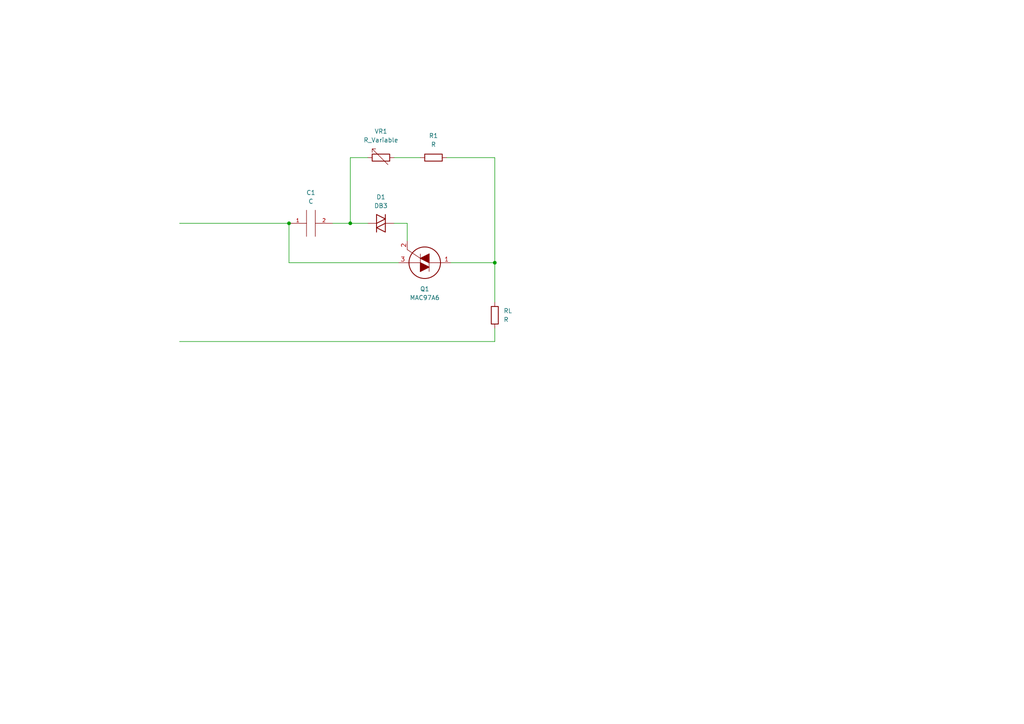
<source format=kicad_sch>
(kicad_sch (version 20211123) (generator eeschema)
  (paper "A4")
  (lib_symbols
    (symbol "Device:R" (pin_numbers hide) (pin_names (offset 0))
      (property "Reference" "R" (at 2.032 0 90))
      (property "Value" "R" (at 0 0 90))
      (symbol "R_0_1"
        (rectangle (start -1.016 -2.54) (end 1.016 2.54) (stroke (width 0.254)))
      )
      (symbol "R_1_1"
        (pin passive line (at 0 3.81 270) (length 1.27) (name "~") (number "1"))
        (pin passive line (at 0 -3.81 90) (length 1.27) (name "~") (number "2"))
      )
    )
    (symbol "Device:R_Variable" (pin_numbers hide) (pin_names (offset 0))
      (property "Reference" "R" (at 2.54 -2.54 90))
      (property "Value" "R_Variable" (at -2.54 -1.27 90))
      (symbol "R_Variable_0_1"
        (rectangle (start -1.016 -2.54) (end 1.016 2.54) (stroke (width 0.254)))
        (polyline (pts (xy 2.54 1.524) (xy 2.54 2.54) (xy 1.524 2.54) (xy 2.54 2.54) (xy -2.032 -2.032)))
      )
      (symbol "R_Variable_1_1"
        (pin passive line (at 0 3.81 270) (length 1.27) (name "~") (number "1"))
        (pin passive line (at 0 -3.81 90) (length 1.27) (name "~") (number "2"))
      )
    )
    (symbol "Diode:DB3" (pin_numbers hide) (pin_names (offset 1.016) hide)
      (property "Reference" "D" (at 0 3.81 0))
      (property "Value" "DB3" (at 0 -3.81 0))
      (symbol "DB3_0_1"
        (polyline (pts (xy -1.27 0) (xy -1.27 -2.54)) (stroke (width 0.254)))
        (polyline (pts (xy 1.27 2.54) (xy 1.27 0)) (stroke (width 0.254)))
        (polyline (pts (xy -1.27 2.54) (xy -1.27 0) (xy 1.27 1.27) (xy -1.27 2.54)) (stroke (width 0.254)))
        (polyline (pts (xy 1.27 0) (xy 1.27 -2.54) (xy -1.27 -1.27) (xy 1.27 0)) (stroke (width 0.254)))
      )
      (symbol "DB3_1_1"
        (pin passive line (at -3.81 0 0) (length 2.54) (name "K") (number "1"))
        (pin passive line (at 3.81 0 180) (length 2.54) (name "A") (number "2"))
      )
    )
    (symbol "MAC97A6:MAC97A6" (pin_names (offset 0.762))
      (property "Reference" "Q" (at 13.97 -2.54 0))
      (property "Value" "MAC97A6" (at 13.97 -5.08 0))
      (symbol "MAC97A6_0_0"
        (pin passive line (at 0 0 0) (length 2.54) (name "~") (number "1"))
        (pin passive line (at 12.7 -6.35 90) (length 2.54) (name "~") (number "2"))
        (pin passive line (at 15.24 0 180) (length 2.54) (name "~") (number "3"))
      )
      (symbol "MAC97A6_0_1"
        (polyline (pts (xy 6.35 0) (xy 2.54 0)) (stroke (width 0.1524)))
        (polyline (pts (xy 6.35 0) (xy 6.35 2.54)) (stroke (width 0.1524)))
        (polyline (pts (xy 8.89 -1.27) (xy 12.7 -3.81)) (stroke (width 0.1524)))
        (polyline (pts (xy 8.89 0) (xy 8.89 -2.54)) (stroke (width 0.1524)))
        (polyline (pts (xy 8.89 0) (xy 12.7 0)) (stroke (width 0.1524)))
        (polyline (pts (xy 6.35 -2.54) (xy 6.35 0) (xy 8.89 -1.27) (xy 6.35 -2.54)) (stroke (width 0.254)) (fill (type outline)))
        (polyline (pts (xy 8.89 2.54) (xy 8.89 0) (xy 6.35 1.27) (xy 8.89 2.54)) (stroke (width 0.254)) (fill (type outline)))
        (circle (center 7.62 0) (radius 4.572) (stroke (width 0.254)))
      )
    )
    (symbol "pspice:C" (pin_names (offset 0.254))
      (property "Reference" "C" (at 2.54 3.81 90))
      (property "Value" "C" (at 2.54 -3.81 90))
      (symbol "C_0_1"
        (polyline (pts (xy -3.81 -1.27) (xy 3.81 -1.27)))
        (polyline (pts (xy -3.81 1.27) (xy 3.81 1.27)))
      )
      (symbol "C_1_1"
        (pin passive line (at 0 6.35 270) (length 5.08) (name "~") (number "1"))
        (pin passive line (at 0 -6.35 90) (length 5.08) (name "~") (number "2"))
      )
    )
  )
  (junction (at 143.51 76.2))
  (junction (at 101.6 64.77))
  (junction (at 83.82 64.77))
  (wire (pts (xy 143.51 76.2) (xy 143.51 87.63)))
  (wire (pts (xy 83.82 64.77) (xy 83.82 76.2)))
  (wire (pts (xy 114.3 64.77) (xy 118.11 64.77)))
  (wire (pts (xy 130.81 76.2) (xy 143.51 76.2)))
  (wire (pts (xy 143.51 99.06) (xy 143.51 95.25)))
  (wire (pts (xy 101.6 64.77) (xy 101.6 45.72)))
  (wire (pts (xy 101.6 64.77) (xy 106.68 64.77)))
  (wire (pts (xy 101.6 45.72) (xy 106.68 45.72)))
  (wire (pts (xy 114.3 45.72) (xy 121.92 45.72)))
  (wire (pts (xy 118.11 64.77) (xy 118.11 69.85)))
  (wire (pts (xy 96.52 64.77) (xy 101.6 64.77)))
  (wire (pts (xy 83.82 76.2) (xy 115.57 76.2)))
  (wire (pts (xy 129.54 45.72) (xy 143.51 45.72)))
  (wire (pts (xy 143.51 45.72) (xy 143.51 76.2)))
  (wire (pts (xy 52.07 99.06) (xy 143.51 99.06)))
  (wire (pts (xy 52.07 64.77) (xy 83.82 64.77)))
  (symbol (lib_id "pspice:C") (at 90.17 64.77 90) (unit 1)
    (property "Reference" "C1" (at 90.17 55.88 90))
    (property "Value" "C" (at 90.17 58.42 90))
  )
  (symbol (lib_id "Device:R_Variable") (at 110.49 45.72 90) (unit 1)
    (property "Reference" "VR1" (at 110.49 38.1 90))
    (property "Value" "R_Variable" (at 110.49 40.64 90))
  )
  (symbol (lib_id "Diode:DB3") (at 110.49 64.77 0) (unit 1)
    (property "Reference" "D1" (at 110.49 57.15 0))
    (property "Value" "DB3" (at 110.49 59.69 0))
    (property "Footprint" "Diode_THT:D_DO-35_SOD27_P7.62mm_Horizontal" (effects hide))
    (property "Datasheet" "http://cdn-reichelt.de/documents/datenblatt/A100/DB%203%23st.pdf" (effects hide))
  )
  (symbol (lib_id "MAC97A6:MAC97A6") (at 130.81 76.2 180) (unit 1)
    (property "Reference" "Q1" (at 123.19 83.82 0))
    (property "Value" "MAC97A6" (at 123.19 86.36 0))
    (property "Footprint" "MAC97A6" (effects hide))
    (property "Description" "TRIAC Logic - Sensitive Gate 400 V 600 mA Through Hole TO-92-3" (effects hide))
    (property "Height" "5.33" (effects hide))
    (property "Manufacturer_Name" "Rochester Electronics" (effects hide))
    (property "Manufacturer_Part_Number" "MAC97A6" (effects hide))
  )
  (symbol (lib_id "Device:R") (at 125.73 45.72 90) (unit 1)
    (property "Reference" "R1" (at 125.73 39.37 90))
    (property "Value" "R" (at 125.73 41.91 90))
  )
  (symbol (lib_id "Device:R") (at 143.51 91.44 0) (unit 1)
    (property "Reference" "RL" (at 146.05 90.1699 0) (effects (justify left)))
    (property "Value" "R" (at 146.05 92.7099 0) (effects (justify left)))
  )
)
</source>
